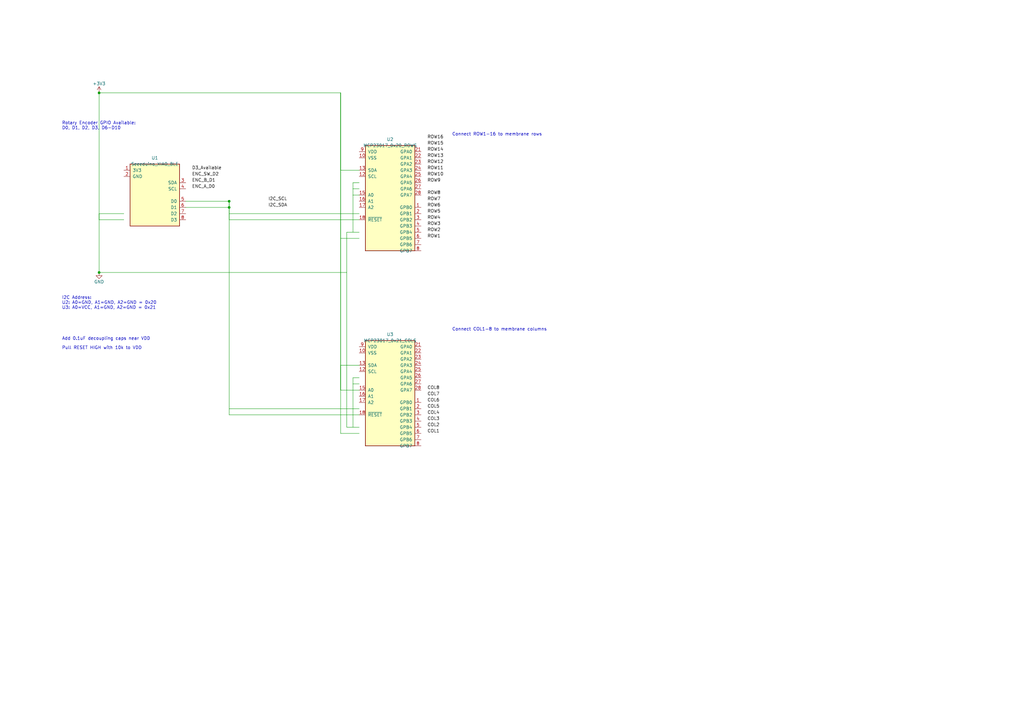
<source format=kicad_sch>
(kicad_sch (version 20231120) (generator eeschema)
  (paper "A3")
  (title_block (title "ADBK2 Keyboard Matrix") (date "2026-02-11") (rev "1.0") (comment 1 "16x8 Membrane Keyboard Matrix") (comment 2 "2x MCP23017 Port Expanders + Seeeduino XIAO BLE"))
  (lib_symbols
    (symbol "MCU_Module:Seeeduino_XIAO" (pin_names (offset 1.016))
      (property "Reference" "U" (at 0 0 0))
      (property "Value" "Seeeduino_XIAO" (at 0 -2.54 0))
      (symbol "Seeeduino_XIAO_0_1"
        (rectangle (start -10.16 12.7) (end 10.16 -12.7) (stroke (width 0.254)) (fill (type background)))
      )
      (symbol "Seeeduino_XIAO_1_1"
        (pin power_in line (at -12.7 10.16 0) (length 2.54) (name "3V3") (number "1"))
        (pin power_in line (at -12.7 7.62 0) (length 2.54) (name "GND") (number "2"))
        (pin bidirectional line (at 12.7 5.08 180) (length 2.54) (name "SDA") (number "3"))
        (pin bidirectional line (at 12.7 2.54 180) (length 2.54) (name "SCL") (number "4"))
        (pin bidirectional line (at 12.7 -2.54 180) (length 2.54) (name "D0") (number "5"))
        (pin bidirectional line (at 12.7 -5.08 180) (length 2.54) (name "D1") (number "6"))
        (pin bidirectional line (at 12.7 -7.62 180) (length 2.54) (name "D2") (number "7"))
        (pin bidirectional line (at 12.7 -10.16 180) (length 2.54) (name "D3") (number "8"))
      )
    )
    (symbol "Interface_Expansion:MCP23017" (pin_names (offset 1.016))
      (property "Reference" "U" (at 0 0 0))
      (property "Value" "MCP23017" (at 0 -2.54 0))
      (symbol "MCP23017_0_1"
        (rectangle (start -10.16 20.32) (end 10.16 -22.86) (stroke (width 0.254)) (fill (type background)))
      )
      (symbol "MCP23017_1_1"
        (pin bidirectional line (at 12.7 17.78 180) (length 2.54) (name "GPA0") (number "21"))
        (pin bidirectional line (at 12.7 15.24 180) (length 2.54) (name "GPA1") (number "22"))
        (pin bidirectional line (at 12.7 12.7 180) (length 2.54) (name "GPA2") (number "23"))
        (pin bidirectional line (at 12.7 10.16 180) (length 2.54) (name "GPA3") (number "24"))
        (pin bidirectional line (at 12.7 7.62 180) (length 2.54) (name "GPA4") (number "25"))
        (pin bidirectional line (at 12.7 5.08 180) (length 2.54) (name "GPA5") (number "26"))
        (pin bidirectional line (at 12.7 2.54 180) (length 2.54) (name "GPA6") (number "27"))
        (pin bidirectional line (at 12.7 0 180) (length 2.54) (name "GPA7") (number "28"))
        (pin bidirectional line (at 12.7 -5.08 180) (length 2.54) (name "GPB0") (number "1"))
        (pin bidirectional line (at 12.7 -7.62 180) (length 2.54) (name "GPB1") (number "2"))
        (pin bidirectional line (at 12.7 -10.16 180) (length 2.54) (name "GPB2") (number "3"))
        (pin bidirectional line (at 12.7 -12.7 180) (length 2.54) (name "GPB3") (number "4"))
        (pin bidirectional line (at 12.7 -15.24 180) (length 2.54) (name "GPB4") (number "5"))
        (pin bidirectional line (at 12.7 -17.78 180) (length 2.54) (name "GPB5") (number "6"))
        (pin bidirectional line (at 12.7 -20.32 180) (length 2.54) (name "GPB6") (number "7"))
        (pin bidirectional line (at 12.7 -22.86 180) (length 2.54) (name "GPB7") (number "8"))
        (pin power_in line (at -12.7 17.78 0) (length 2.54) (name "VDD") (number "9"))
        (pin power_in line (at -12.7 15.24 0) (length 2.54) (name "VSS") (number "10"))
        (pin input line (at -12.7 7.62 0) (length 2.54) (name "SCL") (number "12"))
        (pin bidirectional line (at -12.7 10.16 0) (length 2.54) (name "SDA") (number "13"))
        (pin input line (at -12.7 0 0) (length 2.54) (name "A0") (number "15"))
        (pin input line (at -12.7 -2.54 0) (length 2.54) (name "A1") (number "16"))
        (pin input line (at -12.7 -5.08 0) (length 2.54) (name "A2") (number "17"))
        (pin input line (at -12.7 -10.16 0) (length 2.54) (name "~{RESET}") (number "18"))
      )
    )
    (symbol "power:GND" (power) (pin_names (offset 0))
      (property "Value" "GND" (at 0 -3.81 0))
      (symbol "GND_0_1"
        (polyline (pts (xy 0 0) (xy 0 -1.27) (xy 1.27 -1.27) (xy 0 -2.54) (xy -1.27 -1.27) (xy 0 -1.27)))
      )
      (symbol "GND_1_1"
        (pin power_in line (at 0 0 270) (length 0) hide (name "GND") (number "1"))
      )
    )
    (symbol "power:+3V3" (power) (pin_names (offset 0))
      (property "Value" "+3V3" (at 0 3.556 0))
      (symbol "+3V3_0_1"
        (polyline (pts (xy -0.762 1.27) (xy 0 2.54)))
        (polyline (pts (xy 0 0) (xy 0 2.54)))
        (polyline (pts (xy 0 2.54) (xy 0.762 1.27)))
      )
      (symbol "+3V3_1_1"
        (pin power_in line (at 0 0 90) (length 0) hide (name "+3V3") (number "1"))
      )
    )
  )
  (junction (at 93.98 85.08))
  (junction (at 93.98 82.54))
  (junction (at 40.64 38.1))
  (junction (at 40.64 111.76))
  (symbol (lib_id "MCU_Module:Seeeduino_XIAO") (at 63.5 80 0) (unit 1)
    (property "Reference" "U1" (at 63.5 64.77 0))
    (property "Value" "Seeeduino_XIAO_BLE" (at 63.5 67.31 0))
  )
  (symbol (lib_id "Interface_Expansion:MCP23017") (at 160 80 0) (unit 1)
    (property "Reference" "U2" (at 160 57.15 0))
    (property "Value" "MCP23017_0x20_ROWS" (at 160 59.69 0))
  )
  (symbol (lib_id "Interface_Expansion:MCP23017") (at 160 160 0) (unit 1)
    (property "Reference" "U3" (at 160 137.16 0))
    (property "Value" "MCP23017_0x21_COLS" (at 160 139.7 0))
  )
  (symbol (lib_id "power:+3V3") (at 40.64 38.1 0) (unit 1)
    (property "Reference" "#PWR01" (effects hide))
    (property "Value" "+3V3" (at 40.64 34.29 0))
  )
  (symbol (lib_id "power:GND") (at 40.64 111.76 0) (unit 1)
    (property "Reference" "#PWR02" (effects hide))
    (property "Value" "GND" (at 40.64 115.57 0))
  )
  (wire (pts (xy 76.2 85.08) (xy 93.98 85.08)))
  (wire (pts (xy 93.98 85.08) (xy 93.98 90.16)))
  (wire (pts (xy 93.98 90.16) (xy 147.32 90.16)))
  (wire (pts (xy 93.98 85.08) (xy 93.98 170.16)))
  (wire (pts (xy 93.98 170.16) (xy 147.32 170.16)))
  (wire (pts (xy 76.2 82.54) (xy 93.98 82.54)))
  (wire (pts (xy 93.98 82.54) (xy 93.98 87.62)))
  (wire (pts (xy 93.98 87.62) (xy 147.32 87.62)))
  (wire (pts (xy 93.98 82.54) (xy 93.98 167.62)))
  (wire (pts (xy 93.98 167.62) (xy 147.32 167.62)))
  (wire (pts (xy 50.8 90.16) (xy 40.64 90.16)))
  (wire (pts (xy 40.64 90.16) (xy 40.64 38.1)))
  (wire (pts (xy 40.64 38.1) (xy 139.7 38.1)))
  (wire (pts (xy 139.7 38.1) (xy 139.7 97.78)))
  (wire (pts (xy 139.7 97.78) (xy 147.32 97.78)))
  (wire (pts (xy 139.7 177.78) (xy 147.32 177.78)))
  (wire (pts (xy 139.7 97.78) (xy 139.7 177.78)))
  (wire (pts (xy 50.8 87.62) (xy 40.64 87.62)))
  (wire (pts (xy 40.64 87.62) (xy 40.64 111.76)))
  (wire (pts (xy 40.64 111.76) (xy 142.24 111.76)))
  (wire (pts (xy 142.24 111.76) (xy 142.24 95.24)))
  (wire (pts (xy 142.24 95.24) (xy 147.32 95.24)))
  (wire (pts (xy 142.24 175.24) (xy 147.32 175.24)))
  (wire (pts (xy 142.24 111.76) (xy 142.24 175.24)))
  (wire (pts (xy 147.32 80) (xy 144.78 80)))
  (wire (pts (xy 144.78 80) (xy 144.78 95.24)))
  (wire (pts (xy 147.32 77.46) (xy 144.78 77.46)))
  (wire (pts (xy 144.78 77.46) (xy 144.78 80)))
  (wire (pts (xy 147.32 74.92) (xy 144.78 74.92)))
  (wire (pts (xy 144.78 74.92) (xy 144.78 77.46)))
  (wire (pts (xy 147.32 160) (xy 139.7 160)))
  (wire (pts (xy 139.7 160) (xy 139.7 38.1)))
  (wire (pts (xy 147.32 157.46) (xy 144.78 157.46)))
  (wire (pts (xy 144.78 157.46) (xy 144.78 175.24)))
  (wire (pts (xy 147.32 154.92) (xy 144.78 154.92)))
  (wire (pts (xy 144.78 154.92) (xy 144.78 157.46)))
  (wire (pts (xy 147.32 69.84) (xy 139.7 69.84)))
  (wire (pts (xy 139.7 69.84) (xy 139.7 38.1)))
  (wire (pts (xy 147.32 149.84) (xy 139.7 149.84)))
  (wire (pts (xy 139.7 149.84) (xy 139.7 160)))
  (label "I2C_SDA" (at 110 85.08 0))
  (label "I2C_SCL" (at 110 82.54 0))
  (label "ROW1" (at 175.26 97.78 0))
  (label "ROW2" (at 175.26 95.24 0))
  (label "ROW3" (at 175.26 92.7 0))
  (label "ROW4" (at 175.26 90.16 0))
  (label "ROW5" (at 175.26 87.62 0))
  (label "ROW6" (at 175.26 85.08 0))
  (label "ROW7" (at 175.26 82.54 0))
  (label "ROW8" (at 175.26 80 0))
  (label "ROW9" (at 175.26 74.92 0))
  (label "ROW10" (at 175.26 72.38 0))
  (label "ROW11" (at 175.26 69.84 0))
  (label "ROW12" (at 175.26 67.3 0))
  (label "ROW13" (at 175.26 64.76 0))
  (label "ROW14" (at 175.26 62.22 0))
  (label "ROW15" (at 175.26 59.68 0))
  (label "ROW16" (at 175.26 57.14 0))
  (label "COL1" (at 175.26 177.78 0))
  (label "COL2" (at 175.26 175.24 0))
  (label "COL3" (at 175.26 172.7 0))
  (label "COL4" (at 175.26 170.16 0))
  (label "COL5" (at 175.26 167.62 0))
  (label "COL6" (at 175.26 165.08 0))
  (label "COL7" (at 175.26 162.54 0))
  (label "COL8" (at 175.26 160 0))
  (label "ENC_A_D0" (at 78.74 77.46 0))
  (label "ENC_B_D1" (at 78.74 74.92 0))
  (label "ENC_SW_D2" (at 78.74 72.38 0))
  (label "D3_Available" (at 78.74 69.84 0))
  (text "Connect ROW1-16 to membrane rows" (at 185.42 55.88 0) (effects (font (size 1.27 1.27)) (justify left bottom)))
  (text "Connect COL1-8 to membrane columns" (at 185.42 135.89 0) (effects (font (size 1.27 1.27)) (justify left bottom)))
  (text "I2C Address:\nU2: A0=GND, A1=GND, A2=GND = 0x20\nU3: A0=VCC, A1=GND, A2=GND = 0x21" (at 25.4 127 0) (effects (font (size 1.27 1.27)) (justify left bottom)))
  (text "Add 0.1uF decoupling caps near VDD" (at 25.4 139.7 0) (effects (font (size 1.27 1.27)) (justify left bottom)))
  (text "Pull RESET HIGH with 10k to VDD" (at 25.4 143.51 0) (effects (font (size 1.27 1.27)) (justify left bottom)))
  (text "Rotary Encoder GPIO Available:\nD0, D1, D2, D3, D6-D10" (at 25.4 53.34 0) (effects (font (size 1.27 1.27)) (justify left bottom)))
)
</source>
